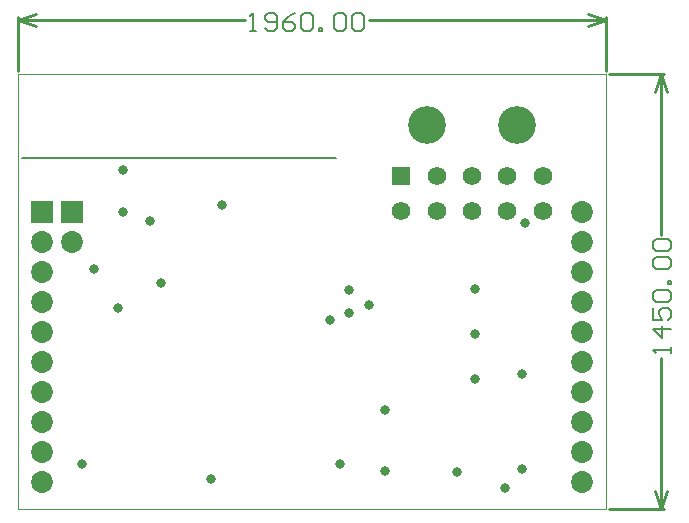
<source format=gbs>
G04*
G04 #@! TF.GenerationSoftware,Altium Limited,Altium Designer,22.1.2 (22)*
G04*
G04 Layer_Color=16711935*
%FSLAX24Y24*%
%MOIN*%
G70*
G04*
G04 #@! TF.SameCoordinates,69551EEB-C68B-4B17-9CB5-8D0B25672B83*
G04*
G04*
G04 #@! TF.FilePolarity,Negative*
G04*
G01*
G75*
%ADD12C,0.0079*%
%ADD14C,0.0100*%
%ADD16C,0.0000*%
%ADD17C,0.0060*%
%ADD28C,0.1261*%
%ADD29C,0.0619*%
%ADD30R,0.0619X0.0619*%
%ADD31C,0.0730*%
%ADD32R,0.0730X0.0730*%
%ADD33C,0.0330*%
D12*
X150Y11700D02*
X10600D01*
D14*
X19600Y14600D02*
Y16400D01*
X0Y14600D02*
Y16400D01*
X11699Y16300D02*
X19600D01*
X0D02*
X7581D01*
X19000Y16500D02*
X19600Y16300D01*
X19000Y16100D02*
X19600Y16300D01*
X0D02*
X600Y16100D01*
X0Y16300D02*
X600Y16500D01*
X19700Y0D02*
X21525D01*
X19700Y14500D02*
X21525D01*
X21425Y0D02*
Y5031D01*
Y9149D02*
Y14500D01*
Y0D02*
X21625Y600D01*
X21225D02*
X21425Y0D01*
X21225Y13900D02*
X21425Y14500D01*
X21625Y13900D01*
D16*
X0Y0D02*
X19600D01*
Y14500D01*
X0D02*
X19600D01*
X0Y0D02*
Y14500D01*
D17*
X7741Y15940D02*
X7941D01*
X7841D01*
Y16540D01*
X7741Y16440D01*
X8240Y16040D02*
X8340Y15940D01*
X8540D01*
X8640Y16040D01*
Y16440D01*
X8540Y16540D01*
X8340D01*
X8240Y16440D01*
Y16340D01*
X8340Y16240D01*
X8640D01*
X9240Y16540D02*
X9040Y16440D01*
X8840Y16240D01*
Y16040D01*
X8940Y15940D01*
X9140D01*
X9240Y16040D01*
Y16140D01*
X9140Y16240D01*
X8840D01*
X9440Y16440D02*
X9540Y16540D01*
X9740D01*
X9840Y16440D01*
Y16040D01*
X9740Y15940D01*
X9540D01*
X9440Y16040D01*
Y16440D01*
X10040Y15940D02*
Y16040D01*
X10140D01*
Y15940D01*
X10040D01*
X10540Y16440D02*
X10640Y16540D01*
X10840D01*
X10940Y16440D01*
Y16040D01*
X10840Y15940D01*
X10640D01*
X10540Y16040D01*
Y16440D01*
X11140D02*
X11239Y16540D01*
X11439D01*
X11539Y16440D01*
Y16040D01*
X11439Y15940D01*
X11239D01*
X11140Y16040D01*
Y16440D01*
X21785Y5191D02*
Y5391D01*
Y5291D01*
X21185D01*
X21285Y5191D01*
X21785Y5990D02*
X21185D01*
X21485Y5690D01*
Y6090D01*
X21185Y6690D02*
Y6290D01*
X21485D01*
X21385Y6490D01*
Y6590D01*
X21485Y6690D01*
X21685D01*
X21785Y6590D01*
Y6390D01*
X21685Y6290D01*
X21285Y6890D02*
X21185Y6990D01*
Y7190D01*
X21285Y7290D01*
X21685D01*
X21785Y7190D01*
Y6990D01*
X21685Y6890D01*
X21285D01*
X21785Y7490D02*
X21685D01*
Y7590D01*
X21785D01*
Y7490D01*
X21285Y7990D02*
X21185Y8090D01*
Y8290D01*
X21285Y8390D01*
X21685D01*
X21785Y8290D01*
Y8090D01*
X21685Y7990D01*
X21285D01*
Y8590D02*
X21185Y8689D01*
Y8889D01*
X21285Y8989D01*
X21685D01*
X21785Y8889D01*
Y8689D01*
X21685Y8590D01*
X21285D01*
D28*
X16650Y12801D02*
D03*
X13626D02*
D03*
D29*
X17500Y9919D02*
D03*
X16319D02*
D03*
X15138D02*
D03*
X13957D02*
D03*
X12776D02*
D03*
X17500Y11100D02*
D03*
X16319D02*
D03*
X15138D02*
D03*
X13957D02*
D03*
D30*
X12776D02*
D03*
D31*
X1800Y8900D02*
D03*
X18800Y900D02*
D03*
Y1900D02*
D03*
Y4900D02*
D03*
Y3900D02*
D03*
Y2900D02*
D03*
Y9900D02*
D03*
Y6900D02*
D03*
Y8900D02*
D03*
Y7900D02*
D03*
Y5900D02*
D03*
X800D02*
D03*
Y2900D02*
D03*
Y3900D02*
D03*
Y4900D02*
D03*
Y1900D02*
D03*
Y900D02*
D03*
Y7900D02*
D03*
Y8900D02*
D03*
Y6900D02*
D03*
D32*
Y9900D02*
D03*
X1800D02*
D03*
D33*
X4770Y7541D02*
D03*
X3500Y9900D02*
D03*
Y11300D02*
D03*
X4400Y9600D02*
D03*
X2550Y8000D02*
D03*
X10400Y6300D02*
D03*
X11050Y7300D02*
D03*
Y6550D02*
D03*
X11700Y6800D02*
D03*
X15250Y5850D02*
D03*
Y4350D02*
D03*
X16800Y4500D02*
D03*
X15250Y7350D02*
D03*
X16900Y9550D02*
D03*
X16250Y700D02*
D03*
X14650Y1250D02*
D03*
X10750Y1500D02*
D03*
X12252Y1255D02*
D03*
X6450Y1000D02*
D03*
X6800Y10150D02*
D03*
X3350Y6700D02*
D03*
X12250Y3300D02*
D03*
X2150Y1500D02*
D03*
X16800Y1350D02*
D03*
M02*

</source>
